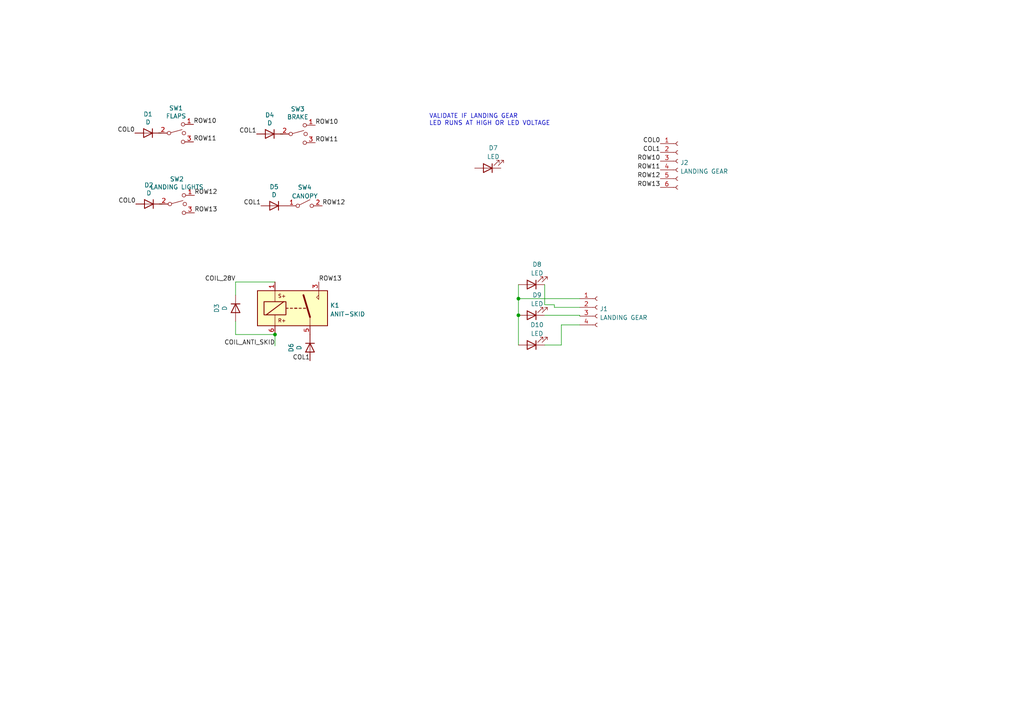
<source format=kicad_sch>
(kicad_sch (version 20230121) (generator eeschema)
  (paper "A4")
  (lib_symbols
    (symbol "Connector:Conn_01x04_Female" (pin_names (offset 1.016) hide)
      (property "Reference" "J" (at 0 5.08 0))
      (property "Value" "Conn_01x04_Female" (at 0 -7.62 0))
      (symbol "Conn_01x04_Female_1_1"
        (arc (start 0 -4.572) (mid -0.5058 -5.08) (end 0 -5.588) (stroke (width 0.1524)))
        (arc (start 0 -2.032) (mid -0.5058 -2.54) (end 0 -3.048) (stroke (width 0.1524)))
        (polyline (pts (xy -1.27 -5.08) (xy -0.508 -5.08)) (stroke (width 0.1524)))
        (polyline (pts (xy -1.27 -2.54) (xy -0.508 -2.54)) (stroke (width 0.1524)))
        (polyline (pts (xy -1.27 0) (xy -0.508 0)) (stroke (width 0.1524)))
        (polyline (pts (xy -1.27 2.54) (xy -0.508 2.54)) (stroke (width 0.1524)))
        (arc (start 0 0.508) (mid -0.5058 0) (end 0 -0.508) (stroke (width 0.1524)))
        (arc (start 0 3.048) (mid -0.5058 2.54) (end 0 2.032) (stroke (width 0.1524)))
        (pin passive line (at -5.08 2.54 0) (length 3.81) (name "Pin_1") (number "1"))
        (pin passive line (at -5.08 0 0) (length 3.81) (name "Pin_2") (number "2"))
        (pin passive line (at -5.08 -2.54 0) (length 3.81) (name "Pin_3") (number "3"))
        (pin passive line (at -5.08 -5.08 0) (length 3.81) (name "Pin_4") (number "4"))
      )
    )
    (symbol "Connector:Conn_01x06_Female" (pin_names (offset 1.016) hide)
      (property "Reference" "J" (at 0 7.62 0))
      (property "Value" "Conn_01x06_Female" (at 0 -10.16 0))
      (symbol "Conn_01x06_Female_1_1"
        (arc (start 0 -7.112) (mid -0.5058 -7.62) (end 0 -8.128) (stroke (width 0.1524)))
        (arc (start 0 -4.572) (mid -0.5058 -5.08) (end 0 -5.588) (stroke (width 0.1524)))
        (arc (start 0 -2.032) (mid -0.5058 -2.54) (end 0 -3.048) (stroke (width 0.1524)))
        (polyline (pts (xy -1.27 -7.62) (xy -0.508 -7.62)) (stroke (width 0.1524)))
        (polyline (pts (xy -1.27 -5.08) (xy -0.508 -5.08)) (stroke (width 0.1524)))
        (polyline (pts (xy -1.27 -2.54) (xy -0.508 -2.54)) (stroke (width 0.1524)))
        (polyline (pts (xy -1.27 0) (xy -0.508 0)) (stroke (width 0.1524)))
        (polyline (pts (xy -1.27 2.54) (xy -0.508 2.54)) (stroke (width 0.1524)))
        (polyline (pts (xy -1.27 5.08) (xy -0.508 5.08)) (stroke (width 0.1524)))
        (arc (start 0 0.508) (mid -0.5058 0) (end 0 -0.508) (stroke (width 0.1524)))
        (arc (start 0 3.048) (mid -0.5058 2.54) (end 0 2.032) (stroke (width 0.1524)))
        (arc (start 0 5.588) (mid -0.5058 5.08) (end 0 4.572) (stroke (width 0.1524)))
        (pin passive line (at -5.08 5.08 0) (length 3.81) (name "Pin_1") (number "1"))
        (pin passive line (at -5.08 2.54 0) (length 3.81) (name "Pin_2") (number "2"))
        (pin passive line (at -5.08 0 0) (length 3.81) (name "Pin_3") (number "3"))
        (pin passive line (at -5.08 -2.54 0) (length 3.81) (name "Pin_4") (number "4"))
        (pin passive line (at -5.08 -5.08 0) (length 3.81) (name "Pin_5") (number "5"))
        (pin passive line (at -5.08 -7.62 0) (length 3.81) (name "Pin_6") (number "6"))
      )
    )
    (symbol "Device:D" (pin_numbers hide) (pin_names (offset 1.016) hide)
      (property "Reference" "D" (at 0 2.54 0))
      (property "Value" "D" (at 0 -2.54 0))
      (symbol "D_0_1"
        (polyline (pts (xy -1.27 1.27) (xy -1.27 -1.27)) (stroke (width 0.254)))
        (polyline (pts (xy 1.27 0) (xy -1.27 0)))
        (polyline (pts (xy 1.27 1.27) (xy 1.27 -1.27) (xy -1.27 0) (xy 1.27 1.27)) (stroke (width 0.254)))
      )
      (symbol "D_1_1"
        (pin passive line (at -3.81 0 0) (length 2.54) (name "K") (number "1"))
        (pin passive line (at 3.81 0 180) (length 2.54) (name "A") (number "2"))
      )
    )
    (symbol "Device:LED" (pin_numbers hide) (pin_names (offset 1.016) hide)
      (property "Reference" "D" (at 0 2.54 0))
      (property "Value" "LED" (at 0 -2.54 0))
      (symbol "LED_0_1"
        (polyline (pts (xy -1.27 -1.27) (xy -1.27 1.27)) (stroke (width 0.254)))
        (polyline (pts (xy -1.27 0) (xy 1.27 0)))
        (polyline (pts (xy 1.27 -1.27) (xy 1.27 1.27) (xy -1.27 0) (xy 1.27 -1.27)) (stroke (width 0.254)))
        (polyline (pts (xy -3.048 -0.762) (xy -4.572 -2.286) (xy -3.81 -2.286) (xy -4.572 -2.286) (xy -4.572 -1.524)))
        (polyline (pts (xy -1.778 -0.762) (xy -3.302 -2.286) (xy -2.54 -2.286) (xy -3.302 -2.286) (xy -3.302 -1.524)))
      )
      (symbol "LED_1_1"
        (pin passive line (at -3.81 0 0) (length 2.54) (name "K") (number "1"))
        (pin passive line (at 3.81 0 180) (length 2.54) (name "A") (number "2"))
      )
    )
    (symbol "Relay:ADW11"
      (property "Reference" "K" (at 11.43 3.81 0))
      (property "Value" "ADW11" (at 13.97 1.27 0))
      (symbol "ADW11_1_1"
        (rectangle (start -10.16 5.08) (end 10.16 -5.08) (stroke (width 0.254)) (fill (type background)))
        (rectangle (start -8.255 1.905) (end -1.905 -1.905) (stroke (width 0.254)))
        (polyline (pts (xy -7.62 -1.905) (xy -2.54 1.905)) (stroke (width 0.254)))
        (polyline (pts (xy -5.08 -5.08) (xy -5.08 -1.905)))
        (polyline (pts (xy -5.08 5.08) (xy -5.08 1.905)))
        (polyline (pts (xy -1.905 0) (xy -1.27 0)) (stroke (width 0.254)))
        (polyline (pts (xy -0.635 0) (xy 0 0)) (stroke (width 0.254)))
        (polyline (pts (xy 0.635 0) (xy 1.27 0)) (stroke (width 0.254)))
        (polyline (pts (xy 0.635 0) (xy 1.27 0)) (stroke (width 0.254)))
        (polyline (pts (xy 1.905 0) (xy 2.54 0)) (stroke (width 0.254)))
        (polyline (pts (xy 3.175 0) (xy 3.81 0)) (stroke (width 0.254)))
        (polyline (pts (xy 5.08 -2.54) (xy 3.175 3.81)) (stroke (width 0.508)))
        (polyline (pts (xy 5.08 -2.54) (xy 5.08 -5.08)))
        (polyline (pts (xy 7.62 3.81) (xy 7.62 5.08)))
        (polyline (pts (xy 7.62 3.81) (xy 7.62 2.54) (xy 6.985 3.175) (xy 7.62 3.81)))
        (text "R+" (at -3.048 -3.556 0) (effects (font (size 1.016 1.016))))
        (text "S+" (at -3.048 3.556 0) (effects (font (size 1.016 1.016))))
        (pin passive line (at -5.08 7.62 270) (length 2.54) (name "~") (number "1"))
        (pin passive line (at 7.62 7.62 270) (length 2.54) (name "~") (number "3"))
        (pin passive line (at 5.08 -7.62 90) (length 2.54) (name "~") (number "5"))
        (pin passive line (at -5.08 -7.62 90) (length 2.54) (name "~") (number "6"))
      )
    )
    (symbol "Switch:SW_SPDT_MSM" (pin_names (offset 0) hide)
      (property "Reference" "SW" (at 0 5.08 0))
      (property "Value" "SW_SPDT_MSM" (at 0 -5.08 0))
      (symbol "SW_SPDT_MSM_0_0"
        (circle (center -2.032 0) (radius 0.508))
        (polyline (pts (xy -1.524 0.127) (xy 1.778 1.016)))
        (circle (center 2.032 -2.54) (radius 0.508))
      )
      (symbol "SW_SPDT_MSM_0_1"
        (circle (center 2.032 2.54) (radius 0.508))
        (circle (center 2.286 0) (radius 0.508))
      )
      (symbol "SW_SPDT_MSM_1_1"
        (pin passive line (at 5.08 2.54 180) (length 2.54) (name "1") (number "1"))
        (pin passive line (at -5.08 0 0) (length 2.54) (name "2") (number "2"))
        (pin passive line (at 5.08 -2.54 180) (length 2.54) (name "3") (number "3"))
      )
    )
    (symbol "Switch:SW_SPST" (pin_names (offset 0) hide)
      (property "Reference" "SW" (at 0 3.175 0))
      (property "Value" "SW_SPST" (at 0 -2.54 0))
      (symbol "SW_SPST_0_0"
        (circle (center -2.032 0) (radius 0.508))
        (polyline (pts (xy -1.524 0.254) (xy 1.524 1.778)))
        (circle (center 2.032 0) (radius 0.508))
      )
      (symbol "SW_SPST_1_1"
        (pin passive line (at -5.08 0 0) (length 2.54) (name "A") (number "1"))
        (pin passive line (at 5.08 0 180) (length 2.54) (name "B") (number "2"))
      )
    )
  )
  (junction (at 150.368 91.44))
  (junction (at 150.368 86.614))
  (junction (at 79.756 97.028))
  (wire (pts (xy 79.756 97.028) (xy 68.326 97.028)))
  (wire (pts (xy 79.756 81.788) (xy 68.326 81.788)))
  (wire (pts (xy 157.988 82.55) (xy 157.988 88.392)))
  (wire (pts (xy 157.988 91.44) (xy 168.148 91.44)))
  (wire (pts (xy 82.042 38.862) (xy 81.28 38.862)))
  (wire (pts (xy 68.326 97.028) (xy 68.326 93.218)))
  (wire (pts (xy 150.368 82.55) (xy 150.368 86.614)))
  (wire (pts (xy 150.368 91.44) (xy 150.368 100.076)))
  (wire (pts (xy 46.736 38.608) (xy 45.974 38.608)))
  (wire (pts (xy 150.368 86.614) (xy 150.368 91.44)))
  (wire (pts (xy 150.368 86.614) (xy 168.148 86.614)))
  (wire (pts (xy 168.148 91.44) (xy 168.148 91.694)))
  (wire (pts (xy 160.782 89.154) (xy 168.148 89.154)))
  (wire (pts (xy 157.988 88.392) (xy 160.782 88.392)))
  (wire (pts (xy 160.782 88.392) (xy 160.782 89.154)))
  (wire (pts (xy 162.814 100.076) (xy 162.814 94.234)))
  (wire (pts (xy 46.99 59.182) (xy 46.228 59.182)))
  (wire (pts (xy 157.988 100.076) (xy 162.814 100.076)))
  (wire (pts (xy 79.756 97.028) (xy 79.756 100.33)))
  (wire (pts (xy 68.326 81.788) (xy 68.326 85.598)))
  (wire (pts (xy 162.814 94.234) (xy 168.148 94.234)))
  (text "VALIDATE IF LANDING GEAR\nLED RUNS AT HIGH OR LED VOLTAGE\n" (at 124.46 36.576 0) (effects (font (size 1.27 1.27)) (justify left bottom)))
  (label "COL1" (at 191.516 44.196 180))
  (label "ROW10" (at 56.134 36.068 0))
  (label "COL0" (at 191.516 41.656 180))
  (label "COL1" (at 89.916 104.648 180))
  (label "ROW13" (at 92.456 81.788 0))
  (label "COIL_28V" (at 68.326 81.788 180))
  (label "ROW13" (at 56.388 61.722 0))
  (label "COL0" (at 39.116 38.608 180))
  (label "COL1" (at 74.422 38.862 180))
  (label "ROW10" (at 91.44 36.322 0))
  (label "ROW11" (at 91.44 41.402 0))
  (label "ROW12" (at 93.472 59.69 0))
  (label "ROW11" (at 56.134 41.148 0))
  (label "ROW12" (at 56.388 56.642 0))
  (label "ROW10" (at 191.516 46.736 180))
  (label "ROW11" (at 191.516 49.276 180))
  (label "ROW12" (at 191.516 51.816 180))
  (label "COIL_ANTI_SKID" (at 79.756 100.33 180))
  (label "COL1" (at 75.692 59.69 180))
  (label "ROW13" (at 191.516 54.356 180))
  (label "COL0" (at 39.37 59.182 180))
  (symbol (lib_id "Device:LED") (at 141.478 48.768 180) (unit 1)
    (property "Reference" "D7" (at 143.0655 42.9092 0))
    (property "Value" "LED" (at 143.0655 45.4461 0))
    (property "Footprint" "Connector_Molex:Molex_KK-254_AE-6410-02A_1x02_P2.54mm_Vertical" (effects hide))
  )
  (symbol (lib_id "Device:D") (at 68.326 89.408 90) (mirror x) (unit 1)
    (property "Reference" "D3" (at 62.8396 89.408 0))
    (property "Value" "D" (at 65.151 89.408 0))
    (property "Footprint" "Diode_THT:D_A-405_P7.62mm_Horizontal" (effects hide))
  )
  (symbol (lib_id "Switch:SW_SPST") (at 88.392 59.69 0) (unit 1)
    (property "Reference" "SW4" (at 88.392 54.3392 0))
    (property "Value" "CANOPY" (at 88.392 56.8761 0))
  )
  (symbol (lib_id "Device:D") (at 89.916 100.838 90) (mirror x) (unit 1)
    (property "Reference" "D6" (at 84.4296 100.838 0))
    (property "Value" "D" (at 86.741 100.838 0))
    (property "Footprint" "Diode_THT:D_A-405_P7.62mm_Horizontal" (effects hide))
  )
  (symbol (lib_id "Device:D") (at 43.18 59.182 0) (mirror y) (unit 1)
    (property "Reference" "D2" (at 43.18 53.6956 0))
    (property "Value" "D" (at 43.18 56.007 0))
    (property "Footprint" "Diode_THT:D_A-405_P7.62mm_Horizontal" (effects hide))
  )
  (symbol (lib_id "Switch:SW_SPDT_MSM") (at 51.054 38.608 0) (unit 1)
    (property "Reference" "SW1" (at 51.054 31.369 0))
    (property "Value" "FLAPS" (at 51.054 33.6804 0))
    (property "Footprint" "Connector_Molex:Molex_KK-254_AE-6410-03A_1x03_P2.54mm_Vertical" (effects hide))
  )
  (symbol (lib_id "Device:LED") (at 154.178 91.44 180) (unit 1)
    (property "Reference" "D9" (at 155.7655 85.5812 0))
    (property "Value" "LED" (at 155.7655 88.1181 0))
    (property "Footprint" "Connector_Molex:Molex_KK-254_AE-6410-02A_1x02_P2.54mm_Vertical" (effects hide))
  )
  (symbol (lib_id "Device:D") (at 79.502 59.69 0) (mirror y) (unit 1)
    (property "Reference" "D5" (at 79.502 54.2036 0))
    (property "Value" "D" (at 79.502 56.515 0))
    (property "Footprint" "Diode_THT:D_A-405_P7.62mm_Horizontal" (effects hide))
  )
  (symbol (lib_id "Connector:Conn_01x04_Female") (at 173.228 89.154 0) (unit 1)
    (property "Reference" "J1" (at 173.9392 89.5893 0) (effects (justify left)))
    (property "Value" "LANDING GEAR" (at 173.9392 92.1262 0) (effects (justify left)))
  )
  (symbol (lib_id "Relay:ADW11") (at 84.836 89.408 0) (unit 1)
    (property "Reference" "K1" (at 95.758 88.5733 0) (effects (justify left)))
    (property "Value" "ANIT-SKID" (at 95.758 91.1102 0) (effects (justify left)))
    (property "Footprint" "Relay_THT:Relay_1P1T_NO_10x24x18.8mm_Panasonic_ADW11xxxxW_THT" (effects hide))
    (property "Datasheet" "https://www.panasonic-electric-works.com/pew/es/downloads/ds_dw_hl_en.pdf" (effects hide))
  )
  (symbol (lib_id "Device:LED") (at 154.178 100.076 180) (unit 1)
    (property "Reference" "D10" (at 155.7655 94.2172 0))
    (property "Value" "LED" (at 155.7655 96.7541 0))
    (property "Footprint" "Connector_Molex:Molex_KK-254_AE-6410-02A_1x02_P2.54mm_Vertical" (effects hide))
  )
  (symbol (lib_id "Switch:SW_SPDT_MSM") (at 86.36 38.862 0) (unit 1)
    (property "Reference" "SW3" (at 86.36 31.623 0))
    (property "Value" "BRAKE" (at 86.36 33.9344 0))
    (property "Footprint" "Connector_Molex:Molex_KK-254_AE-6410-03A_1x03_P2.54mm_Vertical" (effects hide))
  )
  (symbol (lib_id "Connector:Conn_01x06_Female") (at 196.596 46.736 0) (unit 1)
    (property "Reference" "J2" (at 197.3072 47.1713 0) (effects (justify left)))
    (property "Value" "LANDING GEAR" (at 197.3072 49.7082 0) (effects (justify left)))
  )
  (symbol (lib_id "Device:D") (at 42.926 38.608 0) (mirror y) (unit 1)
    (property "Reference" "D1" (at 42.926 33.1216 0))
    (property "Value" "D" (at 42.926 35.433 0))
    (property "Footprint" "Diode_THT:D_A-405_P7.62mm_Horizontal" (effects hide))
  )
  (symbol (lib_id "Device:LED") (at 154.178 82.55 180) (unit 1)
    (property "Reference" "D8" (at 155.7655 76.6912 0))
    (property "Value" "LED" (at 155.7655 79.2281 0))
    (property "Footprint" "Connector_Molex:Molex_KK-254_AE-6410-02A_1x02_P2.54mm_Vertical" (effects hide))
  )
  (symbol (lib_id "Device:D") (at 78.232 38.862 0) (mirror y) (unit 1)
    (property "Reference" "D4" (at 78.232 33.3756 0))
    (property "Value" "D" (at 78.232 35.687 0))
    (property "Footprint" "Diode_THT:D_A-405_P7.62mm_Horizontal" (effects hide))
  )
  (symbol (lib_id "Switch:SW_SPDT_MSM") (at 51.308 59.182 0) (unit 1)
    (property "Reference" "SW2" (at 51.308 51.943 0))
    (property "Value" "LANDING LIGHTS" (at 51.308 54.2544 0))
    (property "Footprint" "Connector_Molex:Molex_KK-254_AE-6410-03A_1x03_P2.54mm_Vertical" (effects hide))
  )
)
</source>
